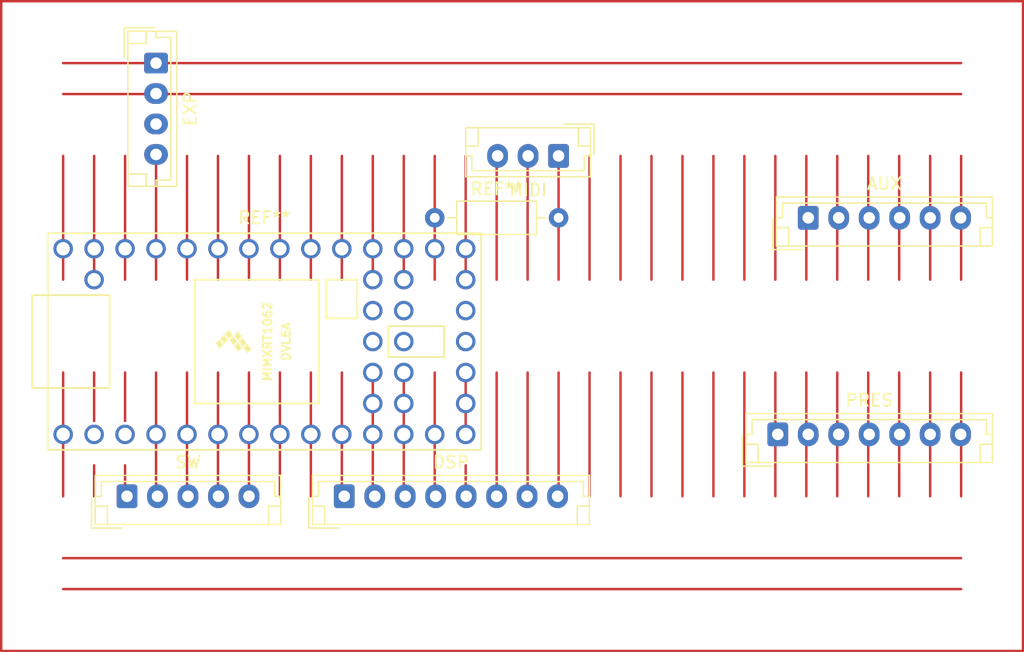
<source format=kicad_pcb>
(kicad_pcb (version 20241229) (generator "pcbnew") (generator_version "9.0")
  (layers (0 "F.Cu" signal) (2 "B.Cu" signal) (13 "F.Paste" user) (15 "B.Paste" user) (5 "F.SilkS" user "F.Silkscreen") (7 "B.SilkS" user "B.Silkscreen") (1 "F.Mask" user) (3 "B.Mask" user) (25 "Edge.Cuts" user))
  (net 0 "")
  (footprint "Connector_JST:JST_EH_B7B-EH-A_1x07_P2.50mm_Vertical" (layer "F.Cu") (at 236.42 73.66)
    (property "Reference" "PRES" (at 7.5 -2.8 0) (layer "F.SilkS"))
    (property "Value" " ")
    (fp_line (start -2.91 0.11) (end -2.91 2.61) (stroke (width 0.12)) (layer "F.SilkS"))
    (fp_line (start -2.91 2.61) (end -0.41 2.61) (stroke (width 0.12)) (layer "F.SilkS"))
    (fp_line (start -2.61 -1.71) (end -2.61 2.31) (stroke (width 0.12)) (layer "F.SilkS"))
    (fp_line (start -2.61 0) (end -2.11 0) (stroke (width 0.12)) (layer "F.SilkS"))
    (fp_line (start -2.61 0.81) (end -1.61 0.81) (stroke (width 0.12)) (layer "F.SilkS"))
    (fp_line (start -2.61 2.31) (end 17.61 2.31) (stroke (width 0.12)) (layer "F.SilkS"))
    (fp_line (start -2.11 -1.21) (end 17.11 -1.21) (stroke (width 0.12)) (layer "F.SilkS"))
    (fp_line (start -2.11 0) (end -2.11 -1.21) (stroke (width 0.12)) (layer "F.SilkS"))
    (fp_line (start -1.61 0.81) (end -1.61 2.31) (stroke (width 0.12)) (layer "F.SilkS"))
    (fp_line (start 16.61 0.81) (end 16.61 2.31) (stroke (width 0.12)) (layer "F.SilkS"))
    (fp_line (start 17.11 -1.21) (end 17.11 0) (stroke (width 0.12)) (layer "F.SilkS"))
    (fp_line (start 17.11 0) (end 17.61 0) (stroke (width 0.12)) (layer "F.SilkS"))
    (fp_line (start 17.61 -1.71) (end -2.61 -1.71) (stroke (width 0.12)) (layer "F.SilkS"))
    (fp_line (start 17.61 0.81) (end 16.61 0.81) (stroke (width 0.12)) (layer "F.SilkS"))
    (fp_line (start 17.61 2.31) (end 17.61 -1.71) (stroke (width 0.12)) (layer "F.SilkS"))
    (pad "1" thru_hole roundrect (at 0 0) (size 1.7 1.95) (drill 0.95) (layers "*.Cu" "*.Mask") (roundrect_rratio 0.147059))
    (pad "2" thru_hole oval (at 2.5 0) (size 1.7 1.95) (drill 0.95) (layers "*.Cu" "*.Mask"))
    (pad "3" thru_hole oval (at 5 0) (size 1.7 1.95) (drill 0.95) (layers "*.Cu" "*.Mask"))
    (pad "4" thru_hole oval (at 7.5 0) (size 1.7 1.95) (drill 0.95) (layers "*.Cu" "*.Mask"))
    (pad "5" thru_hole oval (at 10 0) (size 1.7 1.95) (drill 0.95) (layers "*.Cu" "*.Mask"))
    (pad "6" thru_hole oval (at 12.5 0) (size 1.7 1.95) (drill 0.95) (layers "*.Cu" "*.Mask"))
    (pad "7" thru_hole oval (at 15 0) (size 1.7 1.95) (drill 0.95) (layers "*.Cu" "*.Mask"))
  )
  (footprint "Connector_JST:JST_EH_B8B-EH-A_1x08_P2.50mm_Vertical" (layer "F.Cu") (at 200.86 78.74)
    (property "Reference" "DSP" (at 8.75 -2.8 0) (layer "F.SilkS"))
    (property "Value" " ")
    (fp_line (start -2.91 0.11) (end -2.91 2.61) (stroke (width 0.12)) (layer "F.SilkS"))
    (fp_line (start -2.91 2.61) (end -0.41 2.61) (stroke (width 0.12)) (layer "F.SilkS"))
    (fp_line (start -2.61 -1.71) (end -2.61 2.31) (stroke (width 0.12)) (layer "F.SilkS"))
    (fp_line (start -2.61 0) (end -2.11 0) (stroke (width 0.12)) (layer "F.SilkS"))
    (fp_line (start -2.61 0.81) (end -1.61 0.81) (stroke (width 0.12)) (layer "F.SilkS"))
    (fp_line (start -2.61 2.31) (end 20.11 2.31) (stroke (width 0.12)) (layer "F.SilkS"))
    (fp_line (start -2.11 -1.21) (end 19.61 -1.21) (stroke (width 0.12)) (layer "F.SilkS"))
    (fp_line (start -2.11 0) (end -2.11 -1.21) (stroke (width 0.12)) (layer "F.SilkS"))
    (fp_line (start -1.61 0.81) (end -1.61 2.31) (stroke (width 0.12)) (layer "F.SilkS"))
    (fp_line (start 19.11 0.81) (end 19.11 2.31) (stroke (width 0.12)) (layer "F.SilkS"))
    (fp_line (start 19.61 -1.21) (end 19.61 0) (stroke (width 0.12)) (layer "F.SilkS"))
    (fp_line (start 19.61 0) (end 20.11 0) (stroke (width 0.12)) (layer "F.SilkS"))
    (fp_line (start 20.11 -1.71) (end -2.61 -1.71) (stroke (width 0.12)) (layer "F.SilkS"))
    (fp_line (start 20.11 0.81) (end 19.11 0.81) (stroke (width 0.12)) (layer "F.SilkS"))
    (fp_line (start 20.11 2.31) (end 20.11 -1.71) (stroke (width 0.12)) (layer "F.SilkS"))
    (pad "1" thru_hole roundrect (at 0 0) (size 1.7 1.95) (drill 0.95) (layers "*.Cu" "*.Mask") (roundrect_rratio 0.147059))
    (pad "2" thru_hole oval (at 2.5 0) (size 1.7 1.95) (drill 0.95) (layers "*.Cu" "*.Mask"))
    (pad "3" thru_hole oval (at 5 0) (size 1.7 1.95) (drill 0.95) (layers "*.Cu" "*.Mask"))
    (pad "4" thru_hole oval (at 7.5 0) (size 1.7 1.95) (drill 0.95) (layers "*.Cu" "*.Mask"))
    (pad "5" thru_hole oval (at 10 0) (size 1.7 1.95) (drill 0.95) (layers "*.Cu" "*.Mask"))
    (pad "6" thru_hole oval (at 12.5 0) (size 1.7 1.95) (drill 0.95) (layers "*.Cu" "*.Mask"))
    (pad "7" thru_hole oval (at 15 0) (size 1.7 1.95) (drill 0.95) (layers "*.Cu" "*.Mask"))
    (pad "8" thru_hole oval (at 17.5 0) (size 1.7 1.95) (drill 0.95) (layers "*.Cu" "*.Mask"))
  )
  (footprint "Connector_JST:JST_EH_B3B-EH-A_1x03_P2.50mm_Vertical" (layer "F.Cu") (at 218.44 50.8 180)
    (property "Reference" "MIDI" (at 2.5 -2.8 0) (layer "F.SilkS"))
    (property "Value" " ")
    (fp_line (start 7.61 2.31) (end 7.61 -1.71) (stroke (width 0.12)) (layer "F.SilkS"))
    (fp_line (start 7.61 0.81) (end 6.61 0.81) (stroke (width 0.12)) (layer "F.SilkS"))
    (fp_line (start 7.61 -1.71) (end -2.61 -1.71) (stroke (width 0.12)) (layer "F.SilkS"))
    (fp_line (start 7.11 0) (end 7.61 0) (stroke (width 0.12)) (layer "F.SilkS"))
    (fp_line (start 7.11 -1.21) (end 7.11 0) (stroke (width 0.12)) (layer "F.SilkS"))
    (fp_line (start 6.61 0.81) (end 6.61 2.31) (stroke (width 0.12)) (layer "F.SilkS"))
    (fp_line (start -1.61 0.81) (end -1.61 2.31) (stroke (width 0.12)) (layer "F.SilkS"))
    (fp_line (start -2.11 0) (end -2.11 -1.21) (stroke (width 0.12)) (layer "F.SilkS"))
    (fp_line (start -2.11 -1.21) (end 7.11 -1.21) (stroke (width 0.12)) (layer "F.SilkS"))
    (fp_line (start -2.61 2.31) (end 7.61 2.31) (stroke (width 0.12)) (layer "F.SilkS"))
    (fp_line (start -2.61 0.81) (end -1.61 0.81) (stroke (width 0.12)) (layer "F.SilkS"))
    (fp_line (start -2.61 0) (end -2.11 0) (stroke (width 0.12)) (layer "F.SilkS"))
    (fp_line (start -2.61 -1.71) (end -2.61 2.31) (stroke (width 0.12)) (layer "F.SilkS"))
    (fp_line (start -2.91 2.61) (end -0.41 2.61) (stroke (width 0.12)) (layer "F.SilkS"))
    (fp_line (start -2.91 0.11) (end -2.91 2.61) (stroke (width 0.12)) (layer "F.SilkS"))
    (pad "1" thru_hole roundrect (at 0 0 180) (size 1.7 1.95) (drill 0.95) (layers "*.Cu" "*.Mask") (roundrect_rratio 0.147059))
    (pad "2" thru_hole oval (at 2.5 0 180) (size 1.7 1.95) (drill 0.95) (layers "*.Cu" "*.Mask"))
    (pad "3" thru_hole oval (at 5 0 180) (size 1.7 1.95) (drill 0.95) (layers "*.Cu" "*.Mask"))
  )
  (footprint "Connector_JST:JST_EH_B5B-EH-A_1x05_P2.50mm_Vertical" (layer "F.Cu") (at 183.04 78.74)
    (property "Reference" "SW" (at 5 -2.8 0) (layer "F.SilkS"))
    (property "Value" " ")
    (fp_line (start -2.91 0.11) (end -2.91 2.61) (stroke (width 0.12)) (layer "F.SilkS"))
    (fp_line (start -2.91 2.61) (end -0.41 2.61) (stroke (width 0.12)) (layer "F.SilkS"))
    (fp_line (start -2.61 -1.71) (end -2.61 2.31) (stroke (width 0.12)) (layer "F.SilkS"))
    (fp_line (start -2.61 0) (end -2.11 0) (stroke (width 0.12)) (layer "F.SilkS"))
    (fp_line (start -2.61 0.81) (end -1.61 0.81) (stroke (width 0.12)) (layer "F.SilkS"))
    (fp_line (start -2.61 2.31) (end 12.61 2.31) (stroke (width 0.12)) (layer "F.SilkS"))
    (fp_line (start -2.11 -1.21) (end 12.11 -1.21) (stroke (width 0.12)) (layer "F.SilkS"))
    (fp_line (start -2.11 0) (end -2.11 -1.21) (stroke (width 0.12)) (layer "F.SilkS"))
    (fp_line (start -1.61 0.81) (end -1.61 2.31) (stroke (width 0.12)) (layer "F.SilkS"))
    (fp_line (start 11.61 0.81) (end 11.61 2.31) (stroke (width 0.12)) (layer "F.SilkS"))
    (fp_line (start 12.11 -1.21) (end 12.11 0) (stroke (width 0.12)) (layer "F.SilkS"))
    (fp_line (start 12.11 0) (end 12.61 0) (stroke (width 0.12)) (layer "F.SilkS"))
    (fp_line (start 12.61 -1.71) (end -2.61 -1.71) (stroke (width 0.12)) (layer "F.SilkS"))
    (fp_line (start 12.61 0.81) (end 11.61 0.81) (stroke (width 0.12)) (layer "F.SilkS"))
    (fp_line (start 12.61 2.31) (end 12.61 -1.71) (stroke (width 0.12)) (layer "F.SilkS"))
    (pad "1" thru_hole roundrect (at 0 0) (size 1.7 1.95) (drill 0.95) (layers "*.Cu" "*.Mask") (roundrect_rratio 0.147059))
    (pad "2" thru_hole oval (at 2.5 0) (size 1.7 1.95) (drill 0.95) (layers "*.Cu" "*.Mask"))
    (pad "3" thru_hole oval (at 5 0) (size 1.7 1.95) (drill 0.95) (layers "*.Cu" "*.Mask"))
    (pad "4" thru_hole oval (at 7.5 0) (size 1.7 1.95) (drill 0.95) (layers "*.Cu" "*.Mask"))
    (pad "5" thru_hole oval (at 10 0) (size 1.7 1.95) (drill 0.95) (layers "*.Cu" "*.Mask"))
  )
  (footprint "Resistor_THT:R_Axial_DIN0207_L6.3mm_D2.5mm_P10.16mm_Horizontal" (layer "F.Cu") (at 208.28 55.88)
    (property "Reference" "REF**" (at 5.08 -2.37 0) (layer "F.SilkS"))
    (property "Value" " ")
    (fp_line (start 1.04 0) (end 1.81 0) (stroke (width 0.12)) (layer "F.SilkS"))
    (fp_line (start 9.12 0) (end 8.35 0) (stroke (width 0.12)) (layer "F.SilkS"))
    (fp_rect (start 1.81 -1.37) (end 8.35 1.37) (stroke (width 0.12)) (fill no) (layer "F.SilkS"))
    (pad "1" thru_hole circle (at 0 0) (size 1.6 1.6) (drill 0.8) (layers "*.Cu" "*.Mask"))
    (pad "2" thru_hole circle (at 10.16 0) (size 1.6 1.6) (drill 0.8) (layers "*.Cu" "*.Mask"))
  )
  (footprint "Connector_JST:JST_EH_B6B-EH-A_1x06_P2.50mm_Vertical" (layer "F.Cu") (at 238.92 55.88)
    (property "Reference" "AUX" (at 6.25 -2.8 0) (layer "F.SilkS"))
    (property "Value" " ")
    (fp_line (start -2.91 0.11) (end -2.91 2.61) (stroke (width 0.12)) (layer "F.SilkS"))
    (fp_line (start -2.91 2.61) (end -0.41 2.61) (stroke (width 0.12)) (layer "F.SilkS"))
    (fp_line (start -2.61 -1.71) (end -2.61 2.31) (stroke (width 0.12)) (layer "F.SilkS"))
    (fp_line (start -2.61 0) (end -2.11 0) (stroke (width 0.12)) (layer "F.SilkS"))
    (fp_line (start -2.61 0.81) (end -1.61 0.81) (stroke (width 0.12)) (layer "F.SilkS"))
    (fp_line (start -2.61 2.31) (end 15.11 2.31) (stroke (width 0.12)) (layer "F.SilkS"))
    (fp_line (start -2.11 -1.21) (end 14.61 -1.21) (stroke (width 0.12)) (layer "F.SilkS"))
    (fp_line (start -2.11 0) (end -2.11 -1.21) (stroke (width 0.12)) (layer "F.SilkS"))
    (fp_line (start -1.61 0.81) (end -1.61 2.31) (stroke (width 0.12)) (layer "F.SilkS"))
    (fp_line (start 14.11 0.81) (end 14.11 2.31) (stroke (width 0.12)) (layer "F.SilkS"))
    (fp_line (start 14.61 -1.21) (end 14.61 0) (stroke (width 0.12)) (layer "F.SilkS"))
    (fp_line (start 14.61 0) (end 15.11 0) (stroke (width 0.12)) (layer "F.SilkS"))
    (fp_line (start 15.11 -1.71) (end -2.61 -1.71) (stroke (width 0.12)) (layer "F.SilkS"))
    (fp_line (start 15.11 0.81) (end 14.11 0.81) (stroke (width 0.12)) (layer "F.SilkS"))
    (fp_line (start 15.11 2.31) (end 15.11 -1.71) (stroke (width 0.12)) (layer "F.SilkS"))
    (pad "1" thru_hole roundrect (at 0 0) (size 1.7 1.95) (drill 0.95) (layers "*.Cu" "*.Mask") (roundrect_rratio 0.147059))
    (pad "2" thru_hole oval (at 2.5 0) (size 1.7 1.95) (drill 0.95) (layers "*.Cu" "*.Mask"))
    (pad "3" thru_hole oval (at 5 0) (size 1.7 1.95) (drill 0.95) (layers "*.Cu" "*.Mask"))
    (pad "4" thru_hole oval (at 7.5 0) (size 1.7 1.95) (drill 0.95) (layers "*.Cu" "*.Mask"))
    (pad "5" thru_hole oval (at 10 0) (size 1.7 1.95) (drill 0.95) (layers "*.Cu" "*.Mask"))
    (pad "6" thru_hole oval (at 12.5 0) (size 1.7 1.95) (drill 0.95) (layers "*.Cu" "*.Mask"))
  )
  (footprint "teensy:Teensy40" (layer "F.Cu") (at 194.31 66.04)
    (property "Reference" "REF**" (at 0 -10.16 0) (layer "F.SilkS"))
    (property "Value" "Teensy 4.0")
    (fp_line (start -19.05 -3.81) (end -17.78 -3.81) (stroke (width 0.15)) (layer "F.SilkS"))
    (fp_line (start -19.05 3.81) (end -19.05 -3.81) (stroke (width 0.15)) (layer "F.SilkS"))
    (fp_line (start -17.78 -8.89) (end 17.78 -8.89) (stroke (width 0.15)) (layer "F.SilkS"))
    (fp_line (start -17.78 3.81) (end -19.05 3.81) (stroke (width 0.15)) (layer "F.SilkS"))
    (fp_line (start -17.78 8.89) (end -17.78 -8.89) (stroke (width 0.15)) (layer "F.SilkS"))
    (fp_line (start -12.7 -3.81) (end -17.78 -3.81) (stroke (width 0.15)) (layer "F.SilkS"))
    (fp_line (start -12.7 3.81) (end -17.78 3.81) (stroke (width 0.15)) (layer "F.SilkS"))
    (fp_line (start -12.7 3.81) (end -12.7 -3.81) (stroke (width 0.15)) (layer "F.SilkS"))
    (fp_line (start -5.715 -5.08) (end -5.715 5.08) (stroke (width 0.15)) (layer "F.SilkS"))
    (fp_line (start 4.445 -5.08) (end -5.715 -5.08) (stroke (width 0.15)) (layer "F.SilkS"))
    (fp_line (start 4.445 5.08) (end -5.715 5.08) (stroke (width 0.15)) (layer "F.SilkS"))
    (fp_line (start 4.445 5.08) (end 4.445 -5.08) (stroke (width 0.15)) (layer "F.SilkS"))
    (fp_line (start 5.08 -5.08) (end 7.62 -5.08) (stroke (width 0.15)) (layer "F.SilkS"))
    (fp_line (start 5.08 -1.905) (end 5.08 -5.08) (stroke (width 0.15)) (layer "F.SilkS"))
    (fp_line (start 7.62 -5.08) (end 7.62 -1.905) (stroke (width 0.15)) (layer "F.SilkS"))
    (fp_line (start 7.62 -1.905) (end 5.08 -1.905) (stroke (width 0.15)) (layer "F.SilkS"))
    (fp_line (start 10.16 -1.27) (end 14.732 -1.27) (stroke (width 0.15)) (layer "F.SilkS"))
    (fp_line (start 10.16 1.27) (end 10.16 -1.27) (stroke (width 0.15)) (layer "F.SilkS"))
    (fp_line (start 14.732 -1.27) (end 14.732 1.27) (stroke (width 0.15)) (layer "F.SilkS"))
    (fp_line (start 14.732 1.27) (end 10.16 1.27) (stroke (width 0.15)) (layer "F.SilkS"))
    (fp_line (start 17.78 -8.89) (end 17.78 8.89) (stroke (width 0.15)) (layer "F.SilkS"))
    (fp_line (start 17.78 8.89) (end -17.78 8.89) (stroke (width 0.15)) (layer "F.SilkS"))
    (fp_poly (pts (xy -3.937 0.127) (xy -3.683 -0.127) (xy -3.429 0.254) (xy -3.683 0.508)) (stroke (width 0.1)) (fill yes) (layer "F.SilkS"))
    (fp_poly (pts (xy -3.556 -0.254) (xy -3.302 -0.508) (xy -3.048 -0.127) (xy -3.302 0.127)) (stroke (width 0.1)) (fill yes) (layer "F.SilkS"))
    (fp_poly (pts (xy -3.175 -0.635) (xy -2.921 -0.889) (xy -2.667 -0.508) (xy -2.921 -0.254)) (stroke (width 0.1)) (fill yes) (layer "F.SilkS"))
    (fp_poly (pts (xy -2.794 -0.127) (xy -2.54 -0.381) (xy -2.286 0) (xy -2.54 0.254)) (stroke (width 0.1)) (fill yes) (layer "F.SilkS"))
    (fp_poly (pts (xy -2.413 -0.508) (xy -2.159 -0.762) (xy -1.905 -0.381) (xy -2.159 -0.127)) (stroke (width 0.1)) (fill yes) (layer "F.SilkS"))
    (fp_poly (pts (xy -2.413 0.381) (xy -2.159 0.127) (xy -1.905 0.508) (xy -2.159 0.762)) (stroke (width 0.1)) (fill yes) (layer "F.SilkS"))
    (fp_poly (pts (xy -2.032 0) (xy -1.778 -0.254) (xy -1.524 0.127) (xy -1.778 0.381)) (stroke (width 0.1)) (fill yes) (layer "F.SilkS"))
    (fp_poly (pts (xy -1.651 0.508) (xy -1.397 0.254) (xy -1.143 0.635) (xy -1.397 0.889)) (stroke (width 0.1)) (fill yes) (layer "F.SilkS"))
    (fp_text user "MIMXRT1062" (at 0.254 0 90) (layer "F.SilkS") (effects (font (size 0.7 0.7))))
    (fp_text user "DVL6A" (at 1.778 0 90) (layer "F.SilkS") (effects (font (size 0.7 0.7))))
    (pad "1" thru_hole circle (at -16.51 7.62) (size 1.6 1.6) (drill 1.1) (layers "*.Cu" "*.Mask"))
    (pad "2" thru_hole circle (at -13.97 7.62) (size 1.6 1.6) (drill 1.1) (layers "*.Cu" "*.Mask"))
    (pad "3" thru_hole circle (at -11.43 7.62) (size 1.6 1.6) (drill 1.1) (layers "*.Cu" "*.Mask"))
    (pad "4" thru_hole circle (at -8.89 7.62) (size 1.6 1.6) (drill 1.1) (layers "*.Cu" "*.Mask"))
    (pad "5" thru_hole circle (at -6.35 7.62) (size 1.6 1.6) (drill 1.1) (layers "*.Cu" "*.Mask"))
    (pad "6" thru_hole circle (at -3.81 7.62) (size 1.6 1.6) (drill 1.1) (layers "*.Cu" "*.Mask"))
    (pad "7" thru_hole circle (at -1.27 7.62) (size 1.6 1.6) (drill 1.1) (layers "*.Cu" "*.Mask"))
    (pad "8" thru_hole circle (at 1.27 7.62) (size 1.6 1.6) (drill 1.1) (layers "*.Cu" "*.Mask"))
    (pad "9" thru_hole circle (at 3.81 7.62) (size 1.6 1.6) (drill 1.1) (layers "*.Cu" "*.Mask"))
    (pad "10" thru_hole circle (at 6.35 7.62) (size 1.6 1.6) (drill 1.1) (layers "*.Cu" "*.Mask"))
    (pad "11" thru_hole circle (at 8.89 7.62) (size 1.6 1.6) (drill 1.1) (layers "*.Cu" "*.Mask"))
    (pad "12" thru_hole circle (at 11.43 7.62) (size 1.6 1.6) (drill 1.1) (layers "*.Cu" "*.Mask"))
    (pad "13" thru_hole circle (at 13.97 7.62) (size 1.6 1.6) (drill 1.1) (layers "*.Cu" "*.Mask"))
    (pad "14" thru_hole circle (at 16.51 7.62) (size 1.6 1.6) (drill 1.1) (layers "*.Cu" "*.Mask"))
    (pad "15" thru_hole circle (at 16.51 5.08) (size 1.6 1.6) (drill 1.1) (layers "*.Cu" "*.Mask"))
    (pad "16" thru_hole circle (at 16.51 2.54) (size 1.6 1.6) (drill 1.1) (layers "*.Cu" "*.Mask"))
    (pad "17" thru_hole circle (at 16.51 0) (size 1.6 1.6) (drill 1.1) (layers "*.Cu" "*.Mask"))
    (pad "18" thru_hole circle (at 16.51 -2.54) (size 1.6 1.6) (drill 1.1) (layers "*.Cu" "*.Mask"))
    (pad "19" thru_hole circle (at 16.51 -5.08) (size 1.6 1.6) (drill 1.1) (layers "*.Cu" "*.Mask"))
    (pad "20" thru_hole circle (at 16.51 -7.62) (size 1.6 1.6) (drill 1.1) (layers "*.Cu" "*.Mask"))
    (pad "21" thru_hole circle (at 13.97 -7.62) (size 1.6 1.6) (drill 1.1) (layers "*.Cu" "*.Mask"))
    (pad "22" thru_hole circle (at 11.43 -7.62) (size 1.6 1.6) (drill 1.1) (layers "*.Cu" "*.Mask"))
    (pad "23" thru_hole circle (at 8.89 -7.62) (size 1.6 1.6) (drill 1.1) (layers "*.Cu" "*.Mask"))
    (pad "24" thru_hole circle (at 6.35 -7.62) (size 1.6 1.6) (drill 1.1) (layers "*.Cu" "*.Mask"))
    (pad "25" thru_hole circle (at 3.81 -7.62) (size 1.6 1.6) (drill 1.1) (layers "*.Cu" "*.Mask"))
    (pad "26" thru_hole circle (at 1.27 -7.62) (size 1.6 1.6) (drill 1.1) (layers "*.Cu" "*.Mask"))
    (pad "27" thru_hole circle (at -1.27 -7.62) (size 1.6 1.6) (drill 1.1) (layers "*.Cu" "*.Mask"))
    (pad "28" thru_hole circle (at -3.81 -7.62) (size 1.6 1.6) (drill 1.1) (layers "*.Cu" "*.Mask"))
    (pad "29" thru_hole circle (at -6.35 -7.62) (size 1.6 1.6) (drill 1.1) (layers "*.Cu" "*.Mask"))
    (pad "30" thru_hole circle (at -8.89 -7.62) (size 1.6 1.6) (drill 1.1) (layers "*.Cu" "*.Mask"))
    (pad "31" thru_hole circle (at -11.43 -7.62) (size 1.6 1.6) (drill 1.1) (layers "*.Cu" "*.Mask"))
    (pad "32" thru_hole circle (at -13.97 -7.62) (size 1.6 1.6) (drill 1.1) (layers "*.Cu" "*.Mask"))
    (pad "33" thru_hole circle (at -16.51 -7.62) (size 1.6 1.6) (drill 1.1) (layers "*.Cu" "*.Mask"))
    (pad "34" thru_hole circle (at -13.97 -5.08) (size 1.6 1.6) (drill 1.1) (layers "*.Cu" "*.Mask"))
    (pad "35" thru_hole circle (at 11.43 -5.08) (size 1.6 1.6) (drill 1.1) (layers "*.Cu" "*.Mask"))
    (pad "36" thru_hole circle (at 8.89 -5.08) (size 1.6 1.6) (drill 1.1) (layers "*.Cu" "*.Mask"))
    (pad "37" thru_hole circle (at 11.43 -2.54) (size 1.6 1.6) (drill 1.1) (layers "*.Cu" "*.Mask"))
    (pad "38" thru_hole circle (at 8.89 -2.54) (size 1.6 1.6) (drill 1.1) (layers "*.Cu" "*.Mask"))
    (pad "39" thru_hole circle (at 11.43 0) (size 1.6 1.6) (drill 1.1) (layers "*.Cu" "*.Mask"))
    (pad "40" thru_hole circle (at 8.89 0) (size 1.6 1.6) (drill 1.1) (layers "*.Cu" "*.Mask"))
    (pad "41" thru_hole circle (at 11.43 2.54) (size 1.6 1.6) (drill 1.1) (layers "*.Cu" "*.Mask"))
    (pad "42" thru_hole circle (at 8.89 2.54) (size 1.6 1.6) (drill 1.1) (layers "*.Cu" "*.Mask"))
    (pad "43" thru_hole circle (at 11.43 5.08) (size 1.6 1.6) (drill 1.1) (layers "*.Cu" "*.Mask"))
    (pad "44" thru_hole circle (at 8.89 5.08) (size 1.6 1.6) (drill 1.1) (layers "*.Cu" "*.Mask"))
  )
  (footprint "Connector_JST:JST_EH_B4B-EH-A_1x04_P2.50mm_Vertical" (layer "F.Cu") (at 185.42 43.18 -90)
    (property "Reference" "EXP" (at 3.75 -2.8 90) (layer "F.SilkS"))
    (property "Value" " ")
    (fp_line (start -2.91 2.61) (end -0.41 2.61) (stroke (width 0.12)) (layer "F.SilkS"))
    (fp_line (start -2.61 2.31) (end 10.11 2.31) (stroke (width 0.12)) (layer "F.SilkS"))
    (fp_line (start 10.11 2.31) (end 10.11 -1.71) (stroke (width 0.12)) (layer "F.SilkS"))
    (fp_line (start -2.61 0.81) (end -1.61 0.81) (stroke (width 0.12)) (layer "F.SilkS"))
    (fp_line (start -1.61 0.81) (end -1.61 2.31) (stroke (width 0.12)) (layer "F.SilkS"))
    (fp_line (start 9.11 0.81) (end 9.11 2.31) (stroke (width 0.12)) (layer "F.SilkS"))
    (fp_line (start 10.11 0.81) (end 9.11 0.81) (stroke (width 0.12)) (layer "F.SilkS"))
    (fp_line (start -2.91 0.11) (end -2.91 2.61) (stroke (width 0.12)) (layer "F.SilkS"))
    (fp_line (start -2.61 0) (end -2.11 0) (stroke (width 0.12)) (layer "F.SilkS"))
    (fp_line (start -2.11 0) (end -2.11 -1.21) (stroke (width 0.12)) (layer "F.SilkS"))
    (fp_line (start 9.61 0) (end 10.11 0) (stroke (width 0.12)) (layer "F.SilkS"))
    (fp_line (start -2.11 -1.21) (end 9.61 -1.21) (stroke (width 0.12)) (layer "F.SilkS"))
    (fp_line (start 9.61 -1.21) (end 9.61 0) (stroke (width 0.12)) (layer "F.SilkS"))
    (fp_line (start -2.61 -1.71) (end -2.61 2.31) (stroke (width 0.12)) (layer "F.SilkS"))
    (fp_line (start 10.11 -1.71) (end -2.61 -1.71) (stroke (width 0.12)) (layer "F.SilkS"))
    (pad "1" thru_hole roundrect (at 0 0 270) (size 1.7 1.95) (drill 0.95) (layers "*.Cu" "*.Mask") (roundrect_rratio 0.147059))
    (pad "2" thru_hole oval (at 2.5 0 270) (size 1.7 1.95) (drill 0.95) (layers "*.Cu" "*.Mask"))
    (pad "3" thru_hole oval (at 5 0 270) (size 1.7 1.95) (drill 0.95) (layers "*.Cu" "*.Mask"))
    (pad "4" thru_hole oval (at 7.5 0 270) (size 1.7 1.95) (drill 0.95) (layers "*.Cu" "*.Mask"))
  )
  (gr_rect (start 172.72 38.1) (end 256.54 91.44) (stroke (width 0.2)) (fill no) (layer "F.Cu"))
  (segment (start 213.36 60.96) (end 213.36 50.8) (width 0.2) (layer "F.Cu") (net 0))
  (segment (start 198.12 60.96) (end 198.12 50.8) (width 0.2) (layer "F.Cu") (net 0))
  (segment (start 198.12 68.58) (end 198.12 78.74) (width 0.2) (layer "F.Cu") (net 0))
  (segment (start 200.66 78.74) (end 200.66 68.58) (width 0.2) (layer "F.Cu") (net 0))
  (segment (start 220.98 68.58) (end 220.98 78.74) (width 0.2) (layer "F.Cu") (net 0))
  (segment (start 203.2 68.58) (end 203.2 78.74) (width 0.2) (layer "F.Cu") (net 0))
  (segment (start 205.74 60.96) (end 205.74 50.8) (width 0.2) (layer "F.Cu") (net 0))
  (segment (start 190.5 60.96) (end 190.5 50.8) (width 0.2) (layer "F.Cu") (net 0))
  (segment (start 238.76 78.74) (end 238.76 68.58) (width 0.2) (layer "F.Cu") (net 0))
  (segment (start 193.04 60.96) (end 193.04 50.8) (width 0.2) (layer "F.Cu") (net 0))
  (segment (start 233.68 60.96) (end 233.68 50.8) (width 0.2) (layer "F.Cu") (net 0))
  (segment (start 223.52 60.96) (end 223.52 50.8) (width 0.2) (layer "F.Cu") (net 0))
  (segment (start 193.04 68.58) (end 193.04 78.74) (width 0.2) (layer "F.Cu") (net 0))
  (segment (start 205.74 68.58) (end 205.74 78.74) (width 0.2) (layer "F.Cu") (net 0))
  (segment (start 177.8 60.96) (end 177.8 50.8) (width 0.2) (layer "F.Cu") (net 0))
  (segment (start 187.96 78.74) (end 187.96 68.58) (width 0.2) (layer "F.Cu") (net 0))
  (segment (start 180.34 78.74) (end 180.34 76.2) (width 0.2) (layer "F.Cu") (net 0))
  (segment (start 187.96 60.96) (end 187.96 50.8) (width 0.2) (layer "F.Cu") (net 0))
  (segment (start 231.14 60.96) (end 231.14 50.8) (width 0.2) (layer "F.Cu") (net 0))
  (segment (start 215.9 60.96) (end 215.9 50.8) (width 0.2) (layer "F.Cu") (net 0))
  (segment (start 243.84 60.96) (end 243.84 50.8) (width 0.2) (layer "F.Cu") (net 0))
  (segment (start 208.28 68.58) (end 208.28 78.74) (width 0.2) (layer "F.Cu") (net 0))
  (segment (start 210.82 60.96) (end 210.82 50.8) (width 0.2) (layer "F.Cu") (net 0))
  (segment (start 241.3 68.58) (end 241.3 78.74) (width 0.2) (layer "F.Cu") (net 0))
  (segment (start 248.92 60.96) (end 248.92 50.8) (width 0.2) (layer "F.Cu") (net 0))
  (segment (start 200.66 60.96) (end 200.66 50.8) (width 0.2) (layer "F.Cu") (net 0))
  (segment (start 213.36 78.74) (end 213.36 68.58) (width 0.2) (layer "F.Cu") (net 0))
  (segment (start 246.38 60.96) (end 246.38 50.8) (width 0.2) (layer "F.Cu") (net 0))
  (segment (start 190.5 68.58) (end 190.5 78.74) (width 0.2) (layer "F.Cu") (net 0))
  (segment (start 218.44 60.96) (end 218.44 50.8) (width 0.2) (layer "F.Cu") (net 0))
  (segment (start 251.46 78.74) (end 251.46 68.58) (width 0.2) (layer "F.Cu") (net 0))
  (segment (start 238.76 60.96) (end 238.76 50.8) (width 0.2) (layer "F.Cu") (net 0))
  (segment (start 248.92 68.58) (end 248.92 78.74) (width 0.2) (layer "F.Cu") (net 0))
  (segment (start 203.2 60.96) (end 203.2 50.8) (width 0.2) (layer "F.Cu") (net 0))
  (segment (start 180.34 68.58) (end 180.34 72.559) (width 0.2) (layer "F.Cu") (net 0))
  (segment (start 251.46 60.96) (end 251.46 50.8) (width 0.2) (layer "F.Cu") (net 0))
  (segment (start 195.58 60.96) (end 195.58 50.8) (width 0.2) (layer "F.Cu") (net 0))
  (segment (start 228.6 68.58) (end 228.6 78.74) (width 0.2) (layer "F.Cu") (net 0))
  (segment (start 246.38 68.58) (end 246.38 78.74) (width 0.2) (layer "F.Cu") (net 0))
  (segment (start 218.44 68.58) (end 218.44 78.74) (width 0.2) (layer "F.Cu") (net 0))
  (segment (start 182.88 68.58) (end 182.88 72.559) (width 0.2) (layer "F.Cu") (net 0))
  (segment (start 180.34 60.96) (end 180.34 50.8) (width 0.2) (layer "F.Cu") (net 0))
  (segment (start 223.52 68.58) (end 223.52 78.74) (width 0.2) (layer "F.Cu") (net 0))
  (segment (start 226.06 60.96) (end 226.06 50.8) (width 0.2) (layer "F.Cu") (net 0))
  (segment (start 177.8 45.72) (end 251.46 45.72) (width 0.2) (layer "F.Cu") (net 0))
  (segment (start 177.8 83.82) (end 251.46 83.82) (width 0.2) (layer "F.Cu") (net 0))
  (segment (start 233.68 68.58) (end 233.68 78.74) (width 0.2) (layer "F.Cu") (net 0))
  (segment (start 177.8 86.36) (end 251.46 86.36) (width 0.2) (layer "F.Cu") (net 0))
  (segment (start 185.42 68.58) (end 185.42 78.74) (width 0.2) (layer "F.Cu") (net 0))
  (segment (start 231.14 68.58) (end 231.14 78.74) (width 0.2) (layer "F.Cu") (net 0))
  (segment (start 236.22 68.58) (end 236.22 78.74) (width 0.2) (layer "F.Cu") (net 0))
  (segment (start 195.58 68.58) (end 195.58 78.74) (width 0.2) (layer "F.Cu") (net 0))
  (segment (start 241.3 60.96) (end 241.3 50.8) (width 0.2) (layer "F.Cu") (net 0))
  (segment (start 177.8 68.58) (end 177.8 78.74) (width 0.2) (layer "F.Cu") (net 0))
  (segment (start 185.42 60.96) (end 185.42 50.8) (width 0.2) (layer "F.Cu") (net 0))
  (segment (start 208.28 60.96) (end 208.28 50.8) (width 0.2) (layer "F.Cu") (net 0))
  (segment (start 226.06 78.74) (end 226.06 68.58) (width 0.2) (layer "F.Cu") (net 0))
  (segment (start 182.88 60.96) (end 182.88 50.8) (width 0.2) (layer "F.Cu") (net 0))
  (segment (start 210.82 78.74) (end 210.82 76.2) (width 0.2) (layer "F.Cu") (net 0))
  (segment (start 210.82 68.58) (end 210.82 73.66) (width 0.2) (layer "F.Cu") (net 0))
  (segment (start 215.9 68.58) (end 215.9 78.74) (width 0.2) (layer "F.Cu") (net 0))
  (segment (start 228.6 60.96) (end 228.6 50.8) (width 0.2) (layer "F.Cu") (net 0))
  (segment (start 220.98 60.96) (end 220.98 50.8) (width 0.2) (layer "F.Cu") (net 0))
  (segment (start 177.8 43.18) (end 251.46 43.18) (width 0.2) (layer "F.Cu") (net 0))
  (segment (start 236.22 60.96) (end 236.22 50.8) (width 0.2) (layer "F.Cu") (net 0))
  (segment (start 182.88 78.74) (end 182.88 76.2) (width 0.2) (layer "F.Cu") (net 0))
  (segment (start 243.84 68.58) (end 243.84 78.74) (width 0.2) (layer "F.Cu") (net 0))
)
</source>
